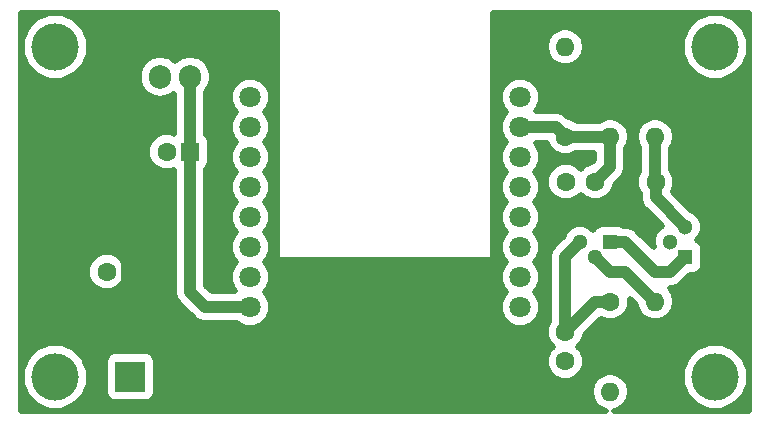
<source format=gtl>
G04 #@! TF.GenerationSoftware,KiCad,Pcbnew,5.0.2+dfsg1-1*
G04 #@! TF.CreationDate,2019-01-29T13:39:18+01:00*
G04 #@! TF.ProjectId,wifi_noise_gen,77696669-5f6e-46f6-9973-655f67656e2e,rev?*
G04 #@! TF.SameCoordinates,Original*
G04 #@! TF.FileFunction,Copper,L1,Top*
G04 #@! TF.FilePolarity,Positive*
%FSLAX46Y46*%
G04 Gerber Fmt 4.6, Leading zero omitted, Abs format (unit mm)*
G04 Created by KiCad (PCBNEW 5.0.2+dfsg1-1) date Tue 29 Jan 2019 01:39:18 PM STD*
%MOMM*%
%LPD*%
G01*
G04 APERTURE LIST*
G04 #@! TA.AperFunction,ComponentPad*
%ADD10C,1.800000*%
G04 #@! TD*
G04 #@! TA.AperFunction,ComponentPad*
%ADD11C,1.600000*%
G04 #@! TD*
G04 #@! TA.AperFunction,ComponentPad*
%ADD12R,1.600000X1.600000*%
G04 #@! TD*
G04 #@! TA.AperFunction,ComponentPad*
%ADD13R,2.600000X2.600000*%
G04 #@! TD*
G04 #@! TA.AperFunction,ComponentPad*
%ADD14C,2.600000*%
G04 #@! TD*
G04 #@! TA.AperFunction,ComponentPad*
%ADD15R,1.300000X1.300000*%
G04 #@! TD*
G04 #@! TA.AperFunction,ComponentPad*
%ADD16C,1.300000*%
G04 #@! TD*
G04 #@! TA.AperFunction,ComponentPad*
%ADD17O,1.600000X1.600000*%
G04 #@! TD*
G04 #@! TA.AperFunction,ComponentPad*
%ADD18R,1.905000X2.000000*%
G04 #@! TD*
G04 #@! TA.AperFunction,ComponentPad*
%ADD19O,1.905000X2.000000*%
G04 #@! TD*
G04 #@! TA.AperFunction,ViaPad*
%ADD20C,4.000000*%
G04 #@! TD*
G04 #@! TA.AperFunction,Conductor*
%ADD21C,1.250000*%
G04 #@! TD*
G04 #@! TA.AperFunction,Conductor*
%ADD22C,1.000000*%
G04 #@! TD*
G04 #@! TA.AperFunction,Conductor*
%ADD23C,0.500000*%
G04 #@! TD*
G04 APERTURE END LIST*
D10*
G04 #@! TO.P,U2,8*
G04 #@! TO.N,Net-(U2-Pad8)*
X113030000Y-74121735D03*
G04 #@! TO.P,U2,7*
G04 #@! TO.N,Net-(U2-Pad7)*
X113030000Y-76661735D03*
G04 #@! TO.P,U2,6*
G04 #@! TO.N,Net-(U2-Pad6)*
X113030000Y-79201735D03*
G04 #@! TO.P,U2,5*
G04 #@! TO.N,Net-(U2-Pad5)*
X113030000Y-81741735D03*
G04 #@! TO.P,U2,4*
G04 #@! TO.N,Net-(U2-Pad4)*
X113030000Y-84281735D03*
G04 #@! TO.P,U2,3*
G04 #@! TO.N,Net-(U2-Pad3)*
X113030000Y-86821735D03*
G04 #@! TO.P,U2,2*
G04 #@! TO.N,GND*
X113030000Y-89361735D03*
G04 #@! TO.P,U2,1*
G04 #@! TO.N,+5V*
X113030000Y-91901735D03*
G04 #@! TO.P,U2,16*
G04 #@! TO.N,Net-(U2-Pad16)*
X135890000Y-91901735D03*
G04 #@! TO.P,U2,15*
G04 #@! TO.N,Net-(U2-Pad15)*
X135890000Y-89361735D03*
G04 #@! TO.P,U2,14*
G04 #@! TO.N,Net-(U2-Pad14)*
X135890000Y-86821735D03*
G04 #@! TO.P,U2,13*
G04 #@! TO.N,Net-(U2-Pad13)*
X135890000Y-84281735D03*
G04 #@! TO.P,U2,12*
G04 #@! TO.N,Net-(U2-Pad12)*
X135890000Y-81741735D03*
G04 #@! TO.P,U2,11*
G04 #@! TO.N,Net-(U2-Pad11)*
X135890000Y-79201735D03*
G04 #@! TO.P,U2,10*
G04 #@! TO.N,Vnoise*
X135890000Y-76661735D03*
G04 #@! TO.P,U2,9*
G04 #@! TO.N,Net-(U2-Pad9)*
X135890000Y-74121735D03*
G04 #@! TD*
D11*
G04 #@! TO.P,C1,1*
G04 #@! TO.N,+12V*
X149860000Y-81280000D03*
G04 #@! TO.P,C1,2*
G04 #@! TO.N,Net-(C1-Pad2)*
X147360000Y-81280000D03*
G04 #@! TD*
G04 #@! TO.P,C2,1*
G04 #@! TO.N,Net-(C2-Pad1)*
X139700000Y-93980000D03*
G04 #@! TO.P,C2,2*
G04 #@! TO.N,GND*
X139700000Y-96480000D03*
G04 #@! TD*
G04 #@! TO.P,C3,2*
G04 #@! TO.N,Net-(C3-Pad2)*
X139740000Y-81280000D03*
G04 #@! TO.P,C3,1*
G04 #@! TO.N,Vnoise*
X142240000Y-81280000D03*
G04 #@! TD*
G04 #@! TO.P,CP1,2*
G04 #@! TO.N,GND*
X100870000Y-88900000D03*
D12*
G04 #@! TO.P,CP1,1*
G04 #@! TO.N,+12V*
X102870000Y-88900000D03*
G04 #@! TD*
G04 #@! TO.P,CP2,1*
G04 #@! TO.N,+5V*
X107950000Y-78740000D03*
D11*
G04 #@! TO.P,CP2,2*
G04 #@! TO.N,GND*
X105950000Y-78740000D03*
G04 #@! TD*
D13*
G04 #@! TO.P,J1,1*
G04 #@! TO.N,GND*
X102870000Y-97790000D03*
D14*
G04 #@! TO.P,J1,2*
G04 #@! TO.N,+12V*
X107950000Y-97790000D03*
G04 #@! TD*
D15*
G04 #@! TO.P,Q1,1*
G04 #@! TO.N,Net-(Q1-Pad1)*
X149860000Y-87630000D03*
D16*
G04 #@! TO.P,Q1,3*
G04 #@! TO.N,Net-(C1-Pad2)*
X149860000Y-85090000D03*
G04 #@! TO.P,Q1,2*
G04 #@! TO.N,Net-(Q1-Pad2)*
X148590000Y-86360000D03*
G04 #@! TD*
G04 #@! TO.P,Q2,2*
G04 #@! TO.N,Net-(C3-Pad2)*
X142240000Y-87630000D03*
G04 #@! TO.P,Q2,3*
G04 #@! TO.N,Net-(C2-Pad1)*
X140970000Y-86360000D03*
D15*
G04 #@! TO.P,Q2,1*
G04 #@! TO.N,Net-(Q1-Pad1)*
X143510000Y-86360000D03*
G04 #@! TD*
D11*
G04 #@! TO.P,R1,1*
G04 #@! TO.N,+12V*
X147320000Y-69850000D03*
D17*
G04 #@! TO.P,R1,2*
G04 #@! TO.N,Net-(C1-Pad2)*
X147320000Y-77470000D03*
G04 #@! TD*
G04 #@! TO.P,R2,2*
G04 #@! TO.N,Net-(C3-Pad2)*
X147320000Y-91440000D03*
D11*
G04 #@! TO.P,R2,1*
G04 #@! TO.N,+12V*
X147320000Y-99060000D03*
G04 #@! TD*
G04 #@! TO.P,R3,1*
G04 #@! TO.N,Net-(C2-Pad1)*
X143510000Y-91440000D03*
D17*
G04 #@! TO.P,R3,2*
G04 #@! TO.N,GND*
X143510000Y-99060000D03*
G04 #@! TD*
G04 #@! TO.P,R4,2*
G04 #@! TO.N,Vnoise*
X143510000Y-77470000D03*
D11*
G04 #@! TO.P,R4,1*
G04 #@! TO.N,+12V*
X143510000Y-69850000D03*
G04 #@! TD*
G04 #@! TO.P,R5,1*
G04 #@! TO.N,Vnoise*
X139700000Y-77470000D03*
D17*
G04 #@! TO.P,R5,2*
G04 #@! TO.N,GND*
X139700000Y-69850000D03*
G04 #@! TD*
D18*
G04 #@! TO.P,U1,1*
G04 #@! TO.N,+12V*
X102870000Y-72390000D03*
D19*
G04 #@! TO.P,U1,2*
G04 #@! TO.N,GND*
X105410000Y-72390000D03*
G04 #@! TO.P,U1,3*
G04 #@! TO.N,+5V*
X107950000Y-72390000D03*
G04 #@! TD*
D20*
G04 #@! TO.N,GND*
X152400000Y-69850000D03*
X96520000Y-69850000D03*
X96520000Y-97790000D03*
X152400000Y-97790000D03*
G04 #@! TD*
D21*
G04 #@! TO.N,Net-(C1-Pad2)*
X147360000Y-77510000D02*
X147320000Y-77470000D01*
D22*
X147320000Y-81240000D02*
X147360000Y-81280000D01*
X147320000Y-77470000D02*
X147320000Y-81240000D01*
X147360000Y-82590000D02*
X149860000Y-85090000D01*
X147360000Y-81280000D02*
X147360000Y-82590000D01*
G04 #@! TO.N,Net-(C2-Pad1)*
X139700000Y-87630000D02*
X140970000Y-86360000D01*
X139700000Y-93980000D02*
X139700000Y-87630000D01*
X142240000Y-91440000D02*
X139700000Y-93980000D01*
X143510000Y-91440000D02*
X142240000Y-91440000D01*
G04 #@! TO.N,Net-(C3-Pad2)*
X144780000Y-88900000D02*
X147320000Y-91440000D01*
X142240000Y-87630000D02*
X143510000Y-88900000D01*
X143510000Y-88900000D02*
X144780000Y-88900000D01*
G04 #@! TO.N,Vnoise*
X138891735Y-76661735D02*
X139700000Y-77470000D01*
X135890000Y-76661735D02*
X138891735Y-76661735D01*
X139700000Y-77470000D02*
X143510000Y-77470000D01*
X143510000Y-80010000D02*
X142240000Y-81280000D01*
X143510000Y-77470000D02*
X143510000Y-80010000D01*
G04 #@! TO.N,+5V*
X107950000Y-90631735D02*
X109220000Y-91901735D01*
X109220000Y-91901735D02*
X112040194Y-91901735D01*
X107950000Y-72390000D02*
X107950000Y-78740000D01*
X107950000Y-78740000D02*
X107950000Y-90631735D01*
G04 #@! TO.N,Net-(Q1-Pad1)*
X149860000Y-87630000D02*
X148590000Y-88900000D01*
X148590000Y-88900000D02*
X147320000Y-88900000D01*
X144780000Y-86360000D02*
X143510000Y-86360000D01*
X147320000Y-88900000D02*
X144780000Y-86360000D01*
G04 #@! TD*
D23*
G04 #@! TO.N,+12V*
G36*
X115320000Y-87630000D02*
X115339030Y-87725671D01*
X115393223Y-87806777D01*
X115474329Y-87860970D01*
X115570000Y-87880000D01*
X133350000Y-87880000D01*
X133445671Y-87860970D01*
X133526777Y-87806777D01*
X133580970Y-87725671D01*
X133600000Y-87630000D01*
X133600000Y-73773638D01*
X134140000Y-73773638D01*
X134140000Y-74469832D01*
X134406421Y-75113031D01*
X134685125Y-75391735D01*
X134406421Y-75670439D01*
X134140000Y-76313638D01*
X134140000Y-77009832D01*
X134406421Y-77653031D01*
X134685125Y-77931735D01*
X134406421Y-78210439D01*
X134140000Y-78853638D01*
X134140000Y-79549832D01*
X134406421Y-80193031D01*
X134685125Y-80471735D01*
X134406421Y-80750439D01*
X134140000Y-81393638D01*
X134140000Y-82089832D01*
X134406421Y-82733031D01*
X134685125Y-83011735D01*
X134406421Y-83290439D01*
X134140000Y-83933638D01*
X134140000Y-84629832D01*
X134406421Y-85273031D01*
X134685125Y-85551735D01*
X134406421Y-85830439D01*
X134140000Y-86473638D01*
X134140000Y-87169832D01*
X134406421Y-87813031D01*
X134685125Y-88091735D01*
X134406421Y-88370439D01*
X134140000Y-89013638D01*
X134140000Y-89709832D01*
X134406421Y-90353031D01*
X134685125Y-90631735D01*
X134406421Y-90910439D01*
X134140000Y-91553638D01*
X134140000Y-92249832D01*
X134406421Y-92893031D01*
X134898704Y-93385314D01*
X135541903Y-93651735D01*
X136238097Y-93651735D01*
X136881296Y-93385314D01*
X137373579Y-92893031D01*
X137640000Y-92249832D01*
X137640000Y-91553638D01*
X137373579Y-90910439D01*
X137094875Y-90631735D01*
X137373579Y-90353031D01*
X137640000Y-89709832D01*
X137640000Y-89013638D01*
X137373579Y-88370439D01*
X137094875Y-88091735D01*
X137373579Y-87813031D01*
X137640000Y-87169832D01*
X137640000Y-86473638D01*
X137373579Y-85830439D01*
X137094875Y-85551735D01*
X137373579Y-85273031D01*
X137640000Y-84629832D01*
X137640000Y-83933638D01*
X137373579Y-83290439D01*
X137094875Y-83011735D01*
X137373579Y-82733031D01*
X137640000Y-82089832D01*
X137640000Y-81393638D01*
X137373579Y-80750439D01*
X137094875Y-80471735D01*
X137373579Y-80193031D01*
X137640000Y-79549832D01*
X137640000Y-78853638D01*
X137373579Y-78210439D01*
X137174875Y-78011735D01*
X138138447Y-78011735D01*
X138301198Y-78404650D01*
X138765350Y-78868802D01*
X139371795Y-79120000D01*
X140028205Y-79120000D01*
X140634650Y-78868802D01*
X140683452Y-78820000D01*
X142160001Y-78820000D01*
X142160001Y-79450811D01*
X141980811Y-79630000D01*
X141911795Y-79630000D01*
X141305350Y-79881198D01*
X140990000Y-80196548D01*
X140674650Y-79881198D01*
X140068205Y-79630000D01*
X139411795Y-79630000D01*
X138805350Y-79881198D01*
X138341198Y-80345350D01*
X138090000Y-80951795D01*
X138090000Y-81608205D01*
X138341198Y-82214650D01*
X138805350Y-82678802D01*
X139411795Y-82930000D01*
X140068205Y-82930000D01*
X140674650Y-82678802D01*
X140990000Y-82363452D01*
X141305350Y-82678802D01*
X141911795Y-82930000D01*
X142568205Y-82930000D01*
X143174650Y-82678802D01*
X143638802Y-82214650D01*
X143890000Y-81608205D01*
X143890000Y-81539189D01*
X144370576Y-81058613D01*
X144483296Y-80983296D01*
X144781672Y-80536744D01*
X144860000Y-80142963D01*
X144860000Y-80142962D01*
X144886448Y-80010001D01*
X144860000Y-79877039D01*
X144860000Y-78419503D01*
X145064266Y-78113798D01*
X145192325Y-77470000D01*
X145064266Y-76826202D01*
X144699583Y-76280417D01*
X144153798Y-75915734D01*
X143672509Y-75820000D01*
X143347491Y-75820000D01*
X142866202Y-75915734D01*
X142560497Y-76120000D01*
X140683452Y-76120000D01*
X140634650Y-76071198D01*
X140028205Y-75820000D01*
X139959188Y-75820000D01*
X139940350Y-75801162D01*
X139865031Y-75688439D01*
X139418479Y-75390063D01*
X139024698Y-75311735D01*
X138891735Y-75285287D01*
X138758772Y-75311735D01*
X137174875Y-75311735D01*
X137373579Y-75113031D01*
X137640000Y-74469832D01*
X137640000Y-73773638D01*
X137373579Y-73130439D01*
X136881296Y-72638156D01*
X136238097Y-72371735D01*
X135541903Y-72371735D01*
X134898704Y-72638156D01*
X134406421Y-73130439D01*
X134140000Y-73773638D01*
X133600000Y-73773638D01*
X133600000Y-69850000D01*
X138017675Y-69850000D01*
X138145734Y-70493798D01*
X138510417Y-71039583D01*
X139056202Y-71404266D01*
X139537491Y-71500000D01*
X139862509Y-71500000D01*
X140343798Y-71404266D01*
X140889583Y-71039583D01*
X141254266Y-70493798D01*
X141382325Y-69850000D01*
X141269562Y-69283100D01*
X149550000Y-69283100D01*
X149550000Y-70416900D01*
X149983886Y-71464395D01*
X150785605Y-72266114D01*
X151833100Y-72700000D01*
X152966900Y-72700000D01*
X154014395Y-72266114D01*
X154816114Y-71464395D01*
X155250000Y-70416900D01*
X155250000Y-69283100D01*
X154816114Y-68235605D01*
X154014395Y-67433886D01*
X152966900Y-67000000D01*
X151833100Y-67000000D01*
X150785605Y-67433886D01*
X149983886Y-68235605D01*
X149550000Y-69283100D01*
X141269562Y-69283100D01*
X141254266Y-69206202D01*
X140889583Y-68660417D01*
X140343798Y-68295734D01*
X139862509Y-68200000D01*
X139537491Y-68200000D01*
X139056202Y-68295734D01*
X138510417Y-68660417D01*
X138145734Y-69206202D01*
X138017675Y-69850000D01*
X133600000Y-69850000D01*
X133600000Y-66965000D01*
X155285000Y-66965000D01*
X155285001Y-100675000D01*
X143848466Y-100675000D01*
X144153798Y-100614266D01*
X144699583Y-100249583D01*
X145064266Y-99703798D01*
X145192325Y-99060000D01*
X145064266Y-98416202D01*
X144699583Y-97870417D01*
X144153798Y-97505734D01*
X143672509Y-97410000D01*
X143347491Y-97410000D01*
X142866202Y-97505734D01*
X142320417Y-97870417D01*
X141955734Y-98416202D01*
X141827675Y-99060000D01*
X141955734Y-99703798D01*
X142320417Y-100249583D01*
X142866202Y-100614266D01*
X143171534Y-100675000D01*
X93635000Y-100675000D01*
X93635000Y-97223100D01*
X93670000Y-97223100D01*
X93670000Y-98356900D01*
X94103886Y-99404395D01*
X94905605Y-100206114D01*
X95953100Y-100640000D01*
X97086900Y-100640000D01*
X98134395Y-100206114D01*
X98936114Y-99404395D01*
X99370000Y-98356900D01*
X99370000Y-97223100D01*
X99066341Y-96490000D01*
X100703348Y-96490000D01*
X100703348Y-99090000D01*
X100769318Y-99421653D01*
X100957184Y-99702816D01*
X101238347Y-99890682D01*
X101570000Y-99956652D01*
X104170000Y-99956652D01*
X104501653Y-99890682D01*
X104782816Y-99702816D01*
X104970682Y-99421653D01*
X105036652Y-99090000D01*
X105036652Y-96490000D01*
X104970682Y-96158347D01*
X104782816Y-95877184D01*
X104501653Y-95689318D01*
X104170000Y-95623348D01*
X101570000Y-95623348D01*
X101238347Y-95689318D01*
X100957184Y-95877184D01*
X100769318Y-96158347D01*
X100703348Y-96490000D01*
X99066341Y-96490000D01*
X98936114Y-96175605D01*
X98134395Y-95373886D01*
X97086900Y-94940000D01*
X95953100Y-94940000D01*
X94905605Y-95373886D01*
X94103886Y-96175605D01*
X93670000Y-97223100D01*
X93635000Y-97223100D01*
X93635000Y-93651795D01*
X138050000Y-93651795D01*
X138050000Y-94308205D01*
X138301198Y-94914650D01*
X138616548Y-95230000D01*
X138301198Y-95545350D01*
X138050000Y-96151795D01*
X138050000Y-96808205D01*
X138301198Y-97414650D01*
X138765350Y-97878802D01*
X139371795Y-98130000D01*
X140028205Y-98130000D01*
X140634650Y-97878802D01*
X141098802Y-97414650D01*
X141178144Y-97223100D01*
X149550000Y-97223100D01*
X149550000Y-98356900D01*
X149983886Y-99404395D01*
X150785605Y-100206114D01*
X151833100Y-100640000D01*
X152966900Y-100640000D01*
X154014395Y-100206114D01*
X154816114Y-99404395D01*
X155250000Y-98356900D01*
X155250000Y-97223100D01*
X154816114Y-96175605D01*
X154014395Y-95373886D01*
X152966900Y-94940000D01*
X151833100Y-94940000D01*
X150785605Y-95373886D01*
X149983886Y-96175605D01*
X149550000Y-97223100D01*
X141178144Y-97223100D01*
X141350000Y-96808205D01*
X141350000Y-96151795D01*
X141098802Y-95545350D01*
X140783452Y-95230000D01*
X141098802Y-94914650D01*
X141350000Y-94308205D01*
X141350000Y-94239188D01*
X142699119Y-92890069D01*
X143181795Y-93090000D01*
X143838205Y-93090000D01*
X144444650Y-92838802D01*
X144908802Y-92374650D01*
X145160000Y-91768205D01*
X145160000Y-91189188D01*
X145694006Y-91723194D01*
X145765734Y-92083798D01*
X146130417Y-92629583D01*
X146676202Y-92994266D01*
X147157491Y-93090000D01*
X147482509Y-93090000D01*
X147963798Y-92994266D01*
X148509583Y-92629583D01*
X148874266Y-92083798D01*
X149002325Y-91440000D01*
X148874266Y-90796202D01*
X148517316Y-90261990D01*
X148590000Y-90276448D01*
X148722963Y-90250000D01*
X149116744Y-90171672D01*
X149563296Y-89873296D01*
X149638615Y-89760573D01*
X150252537Y-89146652D01*
X150510000Y-89146652D01*
X150841653Y-89080682D01*
X151122816Y-88892816D01*
X151310682Y-88611653D01*
X151376652Y-88280000D01*
X151376652Y-86980000D01*
X151310682Y-86648347D01*
X151122816Y-86367184D01*
X150871836Y-86199485D01*
X151131639Y-85939682D01*
X151360000Y-85388369D01*
X151360000Y-84791631D01*
X151131639Y-84240318D01*
X150709682Y-83818361D01*
X150347550Y-83668361D01*
X148798353Y-82119165D01*
X149010000Y-81608205D01*
X149010000Y-80951795D01*
X148758802Y-80345350D01*
X148670000Y-80256548D01*
X148670000Y-78419503D01*
X148874266Y-78113798D01*
X149002325Y-77470000D01*
X148874266Y-76826202D01*
X148509583Y-76280417D01*
X147963798Y-75915734D01*
X147482509Y-75820000D01*
X147157491Y-75820000D01*
X146676202Y-75915734D01*
X146130417Y-76280417D01*
X145765734Y-76826202D01*
X145637675Y-77470000D01*
X145765734Y-78113798D01*
X145970000Y-78419503D01*
X145970001Y-80336547D01*
X145961198Y-80345350D01*
X145710000Y-80951795D01*
X145710000Y-81608205D01*
X145961198Y-82214650D01*
X146010000Y-82263452D01*
X146010000Y-82457037D01*
X145983552Y-82590000D01*
X146010000Y-82722963D01*
X146088328Y-83116744D01*
X146386705Y-83563296D01*
X146499425Y-83638613D01*
X147888000Y-85027189D01*
X147740318Y-85088361D01*
X147318361Y-85510318D01*
X147090000Y-86061631D01*
X147090000Y-86658369D01*
X147162438Y-86833250D01*
X145828615Y-85499427D01*
X145753296Y-85386704D01*
X145306744Y-85088328D01*
X144912963Y-85010000D01*
X144780000Y-84983552D01*
X144647037Y-85010000D01*
X144642335Y-85010000D01*
X144491653Y-84909318D01*
X144160000Y-84843348D01*
X142860000Y-84843348D01*
X142528347Y-84909318D01*
X142247184Y-85097184D01*
X142079485Y-85348164D01*
X141819682Y-85088361D01*
X141268369Y-84860000D01*
X140671631Y-84860000D01*
X140120318Y-85088361D01*
X139698361Y-85510318D01*
X139548361Y-85872450D01*
X138839425Y-86581387D01*
X138726705Y-86656704D01*
X138651388Y-86769424D01*
X138651387Y-86769425D01*
X138428328Y-87103257D01*
X138323552Y-87630000D01*
X138350001Y-87762968D01*
X138350000Y-92996548D01*
X138301198Y-93045350D01*
X138050000Y-93651795D01*
X93635000Y-93651795D01*
X93635000Y-88571795D01*
X99220000Y-88571795D01*
X99220000Y-89228205D01*
X99471198Y-89834650D01*
X99935350Y-90298802D01*
X100541795Y-90550000D01*
X101198205Y-90550000D01*
X101804650Y-90298802D01*
X102268802Y-89834650D01*
X102520000Y-89228205D01*
X102520000Y-88571795D01*
X102268802Y-87965350D01*
X101804650Y-87501198D01*
X101198205Y-87250000D01*
X100541795Y-87250000D01*
X99935350Y-87501198D01*
X99471198Y-87965350D01*
X99220000Y-88571795D01*
X93635000Y-88571795D01*
X93635000Y-69283100D01*
X93670000Y-69283100D01*
X93670000Y-70416900D01*
X94103886Y-71464395D01*
X94905605Y-72266114D01*
X95953100Y-72700000D01*
X97086900Y-72700000D01*
X98134395Y-72266114D01*
X98235539Y-72164970D01*
X103607500Y-72164970D01*
X103607500Y-72615031D01*
X103712082Y-73140801D01*
X104110470Y-73737030D01*
X104706700Y-74135418D01*
X105410000Y-74275313D01*
X106113301Y-74135418D01*
X106600000Y-73810216D01*
X106600001Y-77223292D01*
X106278205Y-77090000D01*
X105621795Y-77090000D01*
X105015350Y-77341198D01*
X104551198Y-77805350D01*
X104300000Y-78411795D01*
X104300000Y-79068205D01*
X104551198Y-79674650D01*
X105015350Y-80138802D01*
X105621795Y-80390000D01*
X106278205Y-80390000D01*
X106600000Y-80256708D01*
X106600001Y-90498767D01*
X106573552Y-90631735D01*
X106678328Y-91158478D01*
X106866436Y-91440001D01*
X106976705Y-91605031D01*
X107089425Y-91680348D01*
X108171387Y-92762311D01*
X108246704Y-92875031D01*
X108693256Y-93173407D01*
X109087037Y-93251735D01*
X109087038Y-93251735D01*
X109219999Y-93278183D01*
X109352961Y-93251735D01*
X111905125Y-93251735D01*
X112038704Y-93385314D01*
X112681903Y-93651735D01*
X113378097Y-93651735D01*
X114021296Y-93385314D01*
X114513579Y-92893031D01*
X114780000Y-92249832D01*
X114780000Y-91553638D01*
X114513579Y-90910439D01*
X114234875Y-90631735D01*
X114513579Y-90353031D01*
X114780000Y-89709832D01*
X114780000Y-89013638D01*
X114513579Y-88370439D01*
X114234875Y-88091735D01*
X114513579Y-87813031D01*
X114780000Y-87169832D01*
X114780000Y-86473638D01*
X114513579Y-85830439D01*
X114234875Y-85551735D01*
X114513579Y-85273031D01*
X114780000Y-84629832D01*
X114780000Y-83933638D01*
X114513579Y-83290439D01*
X114234875Y-83011735D01*
X114513579Y-82733031D01*
X114780000Y-82089832D01*
X114780000Y-81393638D01*
X114513579Y-80750439D01*
X114234875Y-80471735D01*
X114513579Y-80193031D01*
X114780000Y-79549832D01*
X114780000Y-78853638D01*
X114513579Y-78210439D01*
X114234875Y-77931735D01*
X114513579Y-77653031D01*
X114780000Y-77009832D01*
X114780000Y-76313638D01*
X114513579Y-75670439D01*
X114234875Y-75391735D01*
X114513579Y-75113031D01*
X114780000Y-74469832D01*
X114780000Y-73773638D01*
X114513579Y-73130439D01*
X114021296Y-72638156D01*
X113378097Y-72371735D01*
X112681903Y-72371735D01*
X112038704Y-72638156D01*
X111546421Y-73130439D01*
X111280000Y-73773638D01*
X111280000Y-74469832D01*
X111546421Y-75113031D01*
X111825125Y-75391735D01*
X111546421Y-75670439D01*
X111280000Y-76313638D01*
X111280000Y-77009832D01*
X111546421Y-77653031D01*
X111825125Y-77931735D01*
X111546421Y-78210439D01*
X111280000Y-78853638D01*
X111280000Y-79549832D01*
X111546421Y-80193031D01*
X111825125Y-80471735D01*
X111546421Y-80750439D01*
X111280000Y-81393638D01*
X111280000Y-82089832D01*
X111546421Y-82733031D01*
X111825125Y-83011735D01*
X111546421Y-83290439D01*
X111280000Y-83933638D01*
X111280000Y-84629832D01*
X111546421Y-85273031D01*
X111825125Y-85551735D01*
X111546421Y-85830439D01*
X111280000Y-86473638D01*
X111280000Y-87169832D01*
X111546421Y-87813031D01*
X111825125Y-88091735D01*
X111546421Y-88370439D01*
X111280000Y-89013638D01*
X111280000Y-89709832D01*
X111546421Y-90353031D01*
X111745125Y-90551735D01*
X109779189Y-90551735D01*
X109300000Y-90072547D01*
X109300000Y-80194788D01*
X109362816Y-80152816D01*
X109550682Y-79871653D01*
X109616652Y-79540000D01*
X109616652Y-77940000D01*
X109550682Y-77608347D01*
X109362816Y-77327184D01*
X109300000Y-77285212D01*
X109300000Y-73661496D01*
X109647918Y-73140800D01*
X109752500Y-72615030D01*
X109752500Y-72164969D01*
X109647918Y-71639199D01*
X109249530Y-71042970D01*
X108653300Y-70644582D01*
X107950000Y-70504687D01*
X107246699Y-70644582D01*
X106680000Y-71023239D01*
X106113300Y-70644582D01*
X105410000Y-70504687D01*
X104706699Y-70644582D01*
X104110470Y-71042970D01*
X103712082Y-71639200D01*
X103607500Y-72164970D01*
X98235539Y-72164970D01*
X98936114Y-71464395D01*
X99370000Y-70416900D01*
X99370000Y-69283100D01*
X98936114Y-68235605D01*
X98134395Y-67433886D01*
X97086900Y-67000000D01*
X95953100Y-67000000D01*
X94905605Y-67433886D01*
X94103886Y-68235605D01*
X93670000Y-69283100D01*
X93635000Y-69283100D01*
X93635000Y-66965000D01*
X115320000Y-66965000D01*
X115320000Y-87630000D01*
X115320000Y-87630000D01*
G37*
X115320000Y-87630000D02*
X115339030Y-87725671D01*
X115393223Y-87806777D01*
X115474329Y-87860970D01*
X115570000Y-87880000D01*
X133350000Y-87880000D01*
X133445671Y-87860970D01*
X133526777Y-87806777D01*
X133580970Y-87725671D01*
X133600000Y-87630000D01*
X133600000Y-73773638D01*
X134140000Y-73773638D01*
X134140000Y-74469832D01*
X134406421Y-75113031D01*
X134685125Y-75391735D01*
X134406421Y-75670439D01*
X134140000Y-76313638D01*
X134140000Y-77009832D01*
X134406421Y-77653031D01*
X134685125Y-77931735D01*
X134406421Y-78210439D01*
X134140000Y-78853638D01*
X134140000Y-79549832D01*
X134406421Y-80193031D01*
X134685125Y-80471735D01*
X134406421Y-80750439D01*
X134140000Y-81393638D01*
X134140000Y-82089832D01*
X134406421Y-82733031D01*
X134685125Y-83011735D01*
X134406421Y-83290439D01*
X134140000Y-83933638D01*
X134140000Y-84629832D01*
X134406421Y-85273031D01*
X134685125Y-85551735D01*
X134406421Y-85830439D01*
X134140000Y-86473638D01*
X134140000Y-87169832D01*
X134406421Y-87813031D01*
X134685125Y-88091735D01*
X134406421Y-88370439D01*
X134140000Y-89013638D01*
X134140000Y-89709832D01*
X134406421Y-90353031D01*
X134685125Y-90631735D01*
X134406421Y-90910439D01*
X134140000Y-91553638D01*
X134140000Y-92249832D01*
X134406421Y-92893031D01*
X134898704Y-93385314D01*
X135541903Y-93651735D01*
X136238097Y-93651735D01*
X136881296Y-93385314D01*
X137373579Y-92893031D01*
X137640000Y-92249832D01*
X137640000Y-91553638D01*
X137373579Y-90910439D01*
X137094875Y-90631735D01*
X137373579Y-90353031D01*
X137640000Y-89709832D01*
X137640000Y-89013638D01*
X137373579Y-88370439D01*
X137094875Y-88091735D01*
X137373579Y-87813031D01*
X137640000Y-87169832D01*
X137640000Y-86473638D01*
X137373579Y-85830439D01*
X137094875Y-85551735D01*
X137373579Y-85273031D01*
X137640000Y-84629832D01*
X137640000Y-83933638D01*
X137373579Y-83290439D01*
X137094875Y-83011735D01*
X137373579Y-82733031D01*
X137640000Y-82089832D01*
X137640000Y-81393638D01*
X137373579Y-80750439D01*
X137094875Y-80471735D01*
X137373579Y-80193031D01*
X137640000Y-79549832D01*
X137640000Y-78853638D01*
X137373579Y-78210439D01*
X137174875Y-78011735D01*
X138138447Y-78011735D01*
X138301198Y-78404650D01*
X138765350Y-78868802D01*
X139371795Y-79120000D01*
X140028205Y-79120000D01*
X140634650Y-78868802D01*
X140683452Y-78820000D01*
X142160001Y-78820000D01*
X142160001Y-79450811D01*
X141980811Y-79630000D01*
X141911795Y-79630000D01*
X141305350Y-79881198D01*
X140990000Y-80196548D01*
X140674650Y-79881198D01*
X140068205Y-79630000D01*
X139411795Y-79630000D01*
X138805350Y-79881198D01*
X138341198Y-80345350D01*
X138090000Y-80951795D01*
X138090000Y-81608205D01*
X138341198Y-82214650D01*
X138805350Y-82678802D01*
X139411795Y-82930000D01*
X140068205Y-82930000D01*
X140674650Y-82678802D01*
X140990000Y-82363452D01*
X141305350Y-82678802D01*
X141911795Y-82930000D01*
X142568205Y-82930000D01*
X143174650Y-82678802D01*
X143638802Y-82214650D01*
X143890000Y-81608205D01*
X143890000Y-81539189D01*
X144370576Y-81058613D01*
X144483296Y-80983296D01*
X144781672Y-80536744D01*
X144860000Y-80142963D01*
X144860000Y-80142962D01*
X144886448Y-80010001D01*
X144860000Y-79877039D01*
X144860000Y-78419503D01*
X145064266Y-78113798D01*
X145192325Y-77470000D01*
X145064266Y-76826202D01*
X144699583Y-76280417D01*
X144153798Y-75915734D01*
X143672509Y-75820000D01*
X143347491Y-75820000D01*
X142866202Y-75915734D01*
X142560497Y-76120000D01*
X140683452Y-76120000D01*
X140634650Y-76071198D01*
X140028205Y-75820000D01*
X139959188Y-75820000D01*
X139940350Y-75801162D01*
X139865031Y-75688439D01*
X139418479Y-75390063D01*
X139024698Y-75311735D01*
X138891735Y-75285287D01*
X138758772Y-75311735D01*
X137174875Y-75311735D01*
X137373579Y-75113031D01*
X137640000Y-74469832D01*
X137640000Y-73773638D01*
X137373579Y-73130439D01*
X136881296Y-72638156D01*
X136238097Y-72371735D01*
X135541903Y-72371735D01*
X134898704Y-72638156D01*
X134406421Y-73130439D01*
X134140000Y-73773638D01*
X133600000Y-73773638D01*
X133600000Y-69850000D01*
X138017675Y-69850000D01*
X138145734Y-70493798D01*
X138510417Y-71039583D01*
X139056202Y-71404266D01*
X139537491Y-71500000D01*
X139862509Y-71500000D01*
X140343798Y-71404266D01*
X140889583Y-71039583D01*
X141254266Y-70493798D01*
X141382325Y-69850000D01*
X141269562Y-69283100D01*
X149550000Y-69283100D01*
X149550000Y-70416900D01*
X149983886Y-71464395D01*
X150785605Y-72266114D01*
X151833100Y-72700000D01*
X152966900Y-72700000D01*
X154014395Y-72266114D01*
X154816114Y-71464395D01*
X155250000Y-70416900D01*
X155250000Y-69283100D01*
X154816114Y-68235605D01*
X154014395Y-67433886D01*
X152966900Y-67000000D01*
X151833100Y-67000000D01*
X150785605Y-67433886D01*
X149983886Y-68235605D01*
X149550000Y-69283100D01*
X141269562Y-69283100D01*
X141254266Y-69206202D01*
X140889583Y-68660417D01*
X140343798Y-68295734D01*
X139862509Y-68200000D01*
X139537491Y-68200000D01*
X139056202Y-68295734D01*
X138510417Y-68660417D01*
X138145734Y-69206202D01*
X138017675Y-69850000D01*
X133600000Y-69850000D01*
X133600000Y-66965000D01*
X155285000Y-66965000D01*
X155285001Y-100675000D01*
X143848466Y-100675000D01*
X144153798Y-100614266D01*
X144699583Y-100249583D01*
X145064266Y-99703798D01*
X145192325Y-99060000D01*
X145064266Y-98416202D01*
X144699583Y-97870417D01*
X144153798Y-97505734D01*
X143672509Y-97410000D01*
X143347491Y-97410000D01*
X142866202Y-97505734D01*
X142320417Y-97870417D01*
X141955734Y-98416202D01*
X141827675Y-99060000D01*
X141955734Y-99703798D01*
X142320417Y-100249583D01*
X142866202Y-100614266D01*
X143171534Y-100675000D01*
X93635000Y-100675000D01*
X93635000Y-97223100D01*
X93670000Y-97223100D01*
X93670000Y-98356900D01*
X94103886Y-99404395D01*
X94905605Y-100206114D01*
X95953100Y-100640000D01*
X97086900Y-100640000D01*
X98134395Y-100206114D01*
X98936114Y-99404395D01*
X99370000Y-98356900D01*
X99370000Y-97223100D01*
X99066341Y-96490000D01*
X100703348Y-96490000D01*
X100703348Y-99090000D01*
X100769318Y-99421653D01*
X100957184Y-99702816D01*
X101238347Y-99890682D01*
X101570000Y-99956652D01*
X104170000Y-99956652D01*
X104501653Y-99890682D01*
X104782816Y-99702816D01*
X104970682Y-99421653D01*
X105036652Y-99090000D01*
X105036652Y-96490000D01*
X104970682Y-96158347D01*
X104782816Y-95877184D01*
X104501653Y-95689318D01*
X104170000Y-95623348D01*
X101570000Y-95623348D01*
X101238347Y-95689318D01*
X100957184Y-95877184D01*
X100769318Y-96158347D01*
X100703348Y-96490000D01*
X99066341Y-96490000D01*
X98936114Y-96175605D01*
X98134395Y-95373886D01*
X97086900Y-94940000D01*
X95953100Y-94940000D01*
X94905605Y-95373886D01*
X94103886Y-96175605D01*
X93670000Y-97223100D01*
X93635000Y-97223100D01*
X93635000Y-93651795D01*
X138050000Y-93651795D01*
X138050000Y-94308205D01*
X138301198Y-94914650D01*
X138616548Y-95230000D01*
X138301198Y-95545350D01*
X138050000Y-96151795D01*
X138050000Y-96808205D01*
X138301198Y-97414650D01*
X138765350Y-97878802D01*
X139371795Y-98130000D01*
X140028205Y-98130000D01*
X140634650Y-97878802D01*
X141098802Y-97414650D01*
X141178144Y-97223100D01*
X149550000Y-97223100D01*
X149550000Y-98356900D01*
X149983886Y-99404395D01*
X150785605Y-100206114D01*
X151833100Y-100640000D01*
X152966900Y-100640000D01*
X154014395Y-100206114D01*
X154816114Y-99404395D01*
X155250000Y-98356900D01*
X155250000Y-97223100D01*
X154816114Y-96175605D01*
X154014395Y-95373886D01*
X152966900Y-94940000D01*
X151833100Y-94940000D01*
X150785605Y-95373886D01*
X149983886Y-96175605D01*
X149550000Y-97223100D01*
X141178144Y-97223100D01*
X141350000Y-96808205D01*
X141350000Y-96151795D01*
X141098802Y-95545350D01*
X140783452Y-95230000D01*
X141098802Y-94914650D01*
X141350000Y-94308205D01*
X141350000Y-94239188D01*
X142699119Y-92890069D01*
X143181795Y-93090000D01*
X143838205Y-93090000D01*
X144444650Y-92838802D01*
X144908802Y-92374650D01*
X145160000Y-91768205D01*
X145160000Y-91189188D01*
X145694006Y-91723194D01*
X145765734Y-92083798D01*
X146130417Y-92629583D01*
X146676202Y-92994266D01*
X147157491Y-93090000D01*
X147482509Y-93090000D01*
X147963798Y-92994266D01*
X148509583Y-92629583D01*
X148874266Y-92083798D01*
X149002325Y-91440000D01*
X148874266Y-90796202D01*
X148517316Y-90261990D01*
X148590000Y-90276448D01*
X148722963Y-90250000D01*
X149116744Y-90171672D01*
X149563296Y-89873296D01*
X149638615Y-89760573D01*
X150252537Y-89146652D01*
X150510000Y-89146652D01*
X150841653Y-89080682D01*
X151122816Y-88892816D01*
X151310682Y-88611653D01*
X151376652Y-88280000D01*
X151376652Y-86980000D01*
X151310682Y-86648347D01*
X151122816Y-86367184D01*
X150871836Y-86199485D01*
X151131639Y-85939682D01*
X151360000Y-85388369D01*
X151360000Y-84791631D01*
X151131639Y-84240318D01*
X150709682Y-83818361D01*
X150347550Y-83668361D01*
X148798353Y-82119165D01*
X149010000Y-81608205D01*
X149010000Y-80951795D01*
X148758802Y-80345350D01*
X148670000Y-80256548D01*
X148670000Y-78419503D01*
X148874266Y-78113798D01*
X149002325Y-77470000D01*
X148874266Y-76826202D01*
X148509583Y-76280417D01*
X147963798Y-75915734D01*
X147482509Y-75820000D01*
X147157491Y-75820000D01*
X146676202Y-75915734D01*
X146130417Y-76280417D01*
X145765734Y-76826202D01*
X145637675Y-77470000D01*
X145765734Y-78113798D01*
X145970000Y-78419503D01*
X145970001Y-80336547D01*
X145961198Y-80345350D01*
X145710000Y-80951795D01*
X145710000Y-81608205D01*
X145961198Y-82214650D01*
X146010000Y-82263452D01*
X146010000Y-82457037D01*
X145983552Y-82590000D01*
X146010000Y-82722963D01*
X146088328Y-83116744D01*
X146386705Y-83563296D01*
X146499425Y-83638613D01*
X147888000Y-85027189D01*
X147740318Y-85088361D01*
X147318361Y-85510318D01*
X147090000Y-86061631D01*
X147090000Y-86658369D01*
X147162438Y-86833250D01*
X145828615Y-85499427D01*
X145753296Y-85386704D01*
X145306744Y-85088328D01*
X144912963Y-85010000D01*
X144780000Y-84983552D01*
X144647037Y-85010000D01*
X144642335Y-85010000D01*
X144491653Y-84909318D01*
X144160000Y-84843348D01*
X142860000Y-84843348D01*
X142528347Y-84909318D01*
X142247184Y-85097184D01*
X142079485Y-85348164D01*
X141819682Y-85088361D01*
X141268369Y-84860000D01*
X140671631Y-84860000D01*
X140120318Y-85088361D01*
X139698361Y-85510318D01*
X139548361Y-85872450D01*
X138839425Y-86581387D01*
X138726705Y-86656704D01*
X138651388Y-86769424D01*
X138651387Y-86769425D01*
X138428328Y-87103257D01*
X138323552Y-87630000D01*
X138350001Y-87762968D01*
X138350000Y-92996548D01*
X138301198Y-93045350D01*
X138050000Y-93651795D01*
X93635000Y-93651795D01*
X93635000Y-88571795D01*
X99220000Y-88571795D01*
X99220000Y-89228205D01*
X99471198Y-89834650D01*
X99935350Y-90298802D01*
X100541795Y-90550000D01*
X101198205Y-90550000D01*
X101804650Y-90298802D01*
X102268802Y-89834650D01*
X102520000Y-89228205D01*
X102520000Y-88571795D01*
X102268802Y-87965350D01*
X101804650Y-87501198D01*
X101198205Y-87250000D01*
X100541795Y-87250000D01*
X99935350Y-87501198D01*
X99471198Y-87965350D01*
X99220000Y-88571795D01*
X93635000Y-88571795D01*
X93635000Y-69283100D01*
X93670000Y-69283100D01*
X93670000Y-70416900D01*
X94103886Y-71464395D01*
X94905605Y-72266114D01*
X95953100Y-72700000D01*
X97086900Y-72700000D01*
X98134395Y-72266114D01*
X98235539Y-72164970D01*
X103607500Y-72164970D01*
X103607500Y-72615031D01*
X103712082Y-73140801D01*
X104110470Y-73737030D01*
X104706700Y-74135418D01*
X105410000Y-74275313D01*
X106113301Y-74135418D01*
X106600000Y-73810216D01*
X106600001Y-77223292D01*
X106278205Y-77090000D01*
X105621795Y-77090000D01*
X105015350Y-77341198D01*
X104551198Y-77805350D01*
X104300000Y-78411795D01*
X104300000Y-79068205D01*
X104551198Y-79674650D01*
X105015350Y-80138802D01*
X105621795Y-80390000D01*
X106278205Y-80390000D01*
X106600000Y-80256708D01*
X106600001Y-90498767D01*
X106573552Y-90631735D01*
X106678328Y-91158478D01*
X106866436Y-91440001D01*
X106976705Y-91605031D01*
X107089425Y-91680348D01*
X108171387Y-92762311D01*
X108246704Y-92875031D01*
X108693256Y-93173407D01*
X109087037Y-93251735D01*
X109087038Y-93251735D01*
X109219999Y-93278183D01*
X109352961Y-93251735D01*
X111905125Y-93251735D01*
X112038704Y-93385314D01*
X112681903Y-93651735D01*
X113378097Y-93651735D01*
X114021296Y-93385314D01*
X114513579Y-92893031D01*
X114780000Y-92249832D01*
X114780000Y-91553638D01*
X114513579Y-90910439D01*
X114234875Y-90631735D01*
X114513579Y-90353031D01*
X114780000Y-89709832D01*
X114780000Y-89013638D01*
X114513579Y-88370439D01*
X114234875Y-88091735D01*
X114513579Y-87813031D01*
X114780000Y-87169832D01*
X114780000Y-86473638D01*
X114513579Y-85830439D01*
X114234875Y-85551735D01*
X114513579Y-85273031D01*
X114780000Y-84629832D01*
X114780000Y-83933638D01*
X114513579Y-83290439D01*
X114234875Y-83011735D01*
X114513579Y-82733031D01*
X114780000Y-82089832D01*
X114780000Y-81393638D01*
X114513579Y-80750439D01*
X114234875Y-80471735D01*
X114513579Y-80193031D01*
X114780000Y-79549832D01*
X114780000Y-78853638D01*
X114513579Y-78210439D01*
X114234875Y-77931735D01*
X114513579Y-77653031D01*
X114780000Y-77009832D01*
X114780000Y-76313638D01*
X114513579Y-75670439D01*
X114234875Y-75391735D01*
X114513579Y-75113031D01*
X114780000Y-74469832D01*
X114780000Y-73773638D01*
X114513579Y-73130439D01*
X114021296Y-72638156D01*
X113378097Y-72371735D01*
X112681903Y-72371735D01*
X112038704Y-72638156D01*
X111546421Y-73130439D01*
X111280000Y-73773638D01*
X111280000Y-74469832D01*
X111546421Y-75113031D01*
X111825125Y-75391735D01*
X111546421Y-75670439D01*
X111280000Y-76313638D01*
X111280000Y-77009832D01*
X111546421Y-77653031D01*
X111825125Y-77931735D01*
X111546421Y-78210439D01*
X111280000Y-78853638D01*
X111280000Y-79549832D01*
X111546421Y-80193031D01*
X111825125Y-80471735D01*
X111546421Y-80750439D01*
X111280000Y-81393638D01*
X111280000Y-82089832D01*
X111546421Y-82733031D01*
X111825125Y-83011735D01*
X111546421Y-83290439D01*
X111280000Y-83933638D01*
X111280000Y-84629832D01*
X111546421Y-85273031D01*
X111825125Y-85551735D01*
X111546421Y-85830439D01*
X111280000Y-86473638D01*
X111280000Y-87169832D01*
X111546421Y-87813031D01*
X111825125Y-88091735D01*
X111546421Y-88370439D01*
X111280000Y-89013638D01*
X111280000Y-89709832D01*
X111546421Y-90353031D01*
X111745125Y-90551735D01*
X109779189Y-90551735D01*
X109300000Y-90072547D01*
X109300000Y-80194788D01*
X109362816Y-80152816D01*
X109550682Y-79871653D01*
X109616652Y-79540000D01*
X109616652Y-77940000D01*
X109550682Y-77608347D01*
X109362816Y-77327184D01*
X109300000Y-77285212D01*
X109300000Y-73661496D01*
X109647918Y-73140800D01*
X109752500Y-72615030D01*
X109752500Y-72164969D01*
X109647918Y-71639199D01*
X109249530Y-71042970D01*
X108653300Y-70644582D01*
X107950000Y-70504687D01*
X107246699Y-70644582D01*
X106680000Y-71023239D01*
X106113300Y-70644582D01*
X105410000Y-70504687D01*
X104706699Y-70644582D01*
X104110470Y-71042970D01*
X103712082Y-71639200D01*
X103607500Y-72164970D01*
X98235539Y-72164970D01*
X98936114Y-71464395D01*
X99370000Y-70416900D01*
X99370000Y-69283100D01*
X98936114Y-68235605D01*
X98134395Y-67433886D01*
X97086900Y-67000000D01*
X95953100Y-67000000D01*
X94905605Y-67433886D01*
X94103886Y-68235605D01*
X93670000Y-69283100D01*
X93635000Y-69283100D01*
X93635000Y-66965000D01*
X115320000Y-66965000D01*
X115320000Y-87630000D01*
G04 #@! TD*
M02*

</source>
